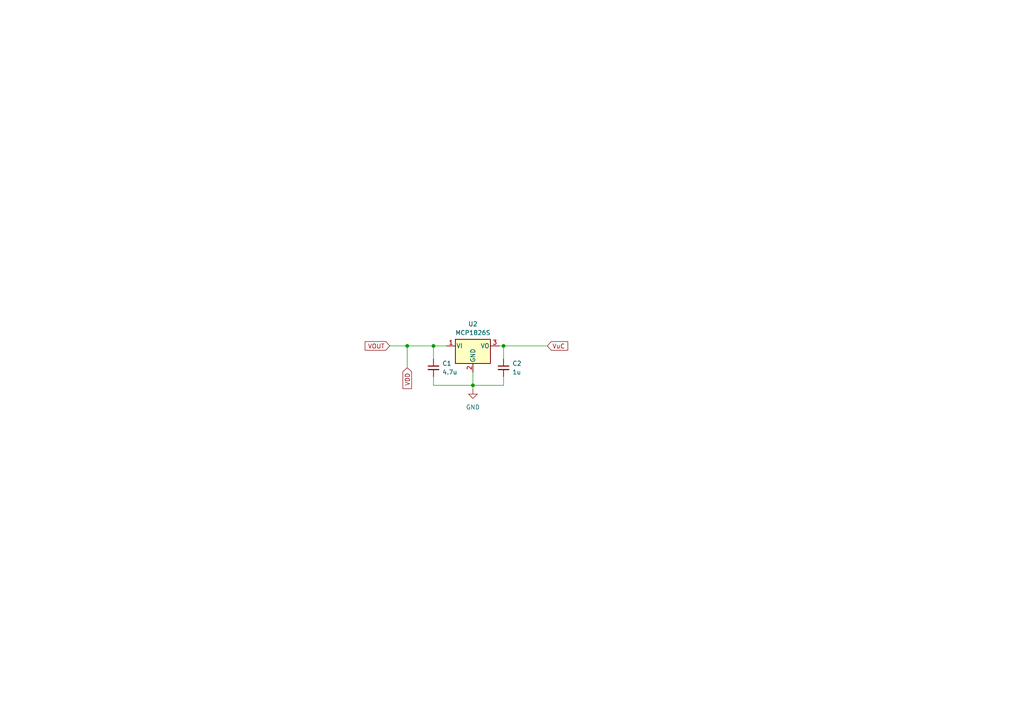
<source format=kicad_sch>
(kicad_sch (version 20231120) (generator "eeschema") (generator_version "8.0")
  (paper "A4")
  (lib_symbols
    (symbol "Device:C_Small" (pin_numbers hide) (pin_names (offset 0.254) hide)
      (property "Reference" "C" (at 0.254 1.778 0))
      (property "Value" "C_Small" (at 0.254 -2.032 0))
      (symbol "C_Small_0_1"
        (polyline (pts (xy -1.524 -0.508) (xy 1.524 -0.508)) (stroke (width 0.3302)))
        (polyline (pts (xy -1.524 0.508) (xy 1.524 0.508)) (stroke (width 0.3048)))
      )
      (symbol "C_Small_1_1"
        (pin passive line (at 0 2.54 270) (length 2.032) (name "~") (number "1"))
        (pin passive line (at 0 -2.54 90) (length 2.032) (name "~") (number "2"))
      )
    )
    (symbol "Regulator_Linear:MCP1826S" (pin_names (offset 0.254))
      (property "Reference" "U" (at -3.81 3.175 0))
      (property "Value" "MCP1826S" (at 0 3.175 0))
      (symbol "MCP1826S_0_1"
        (rectangle (start -5.08 1.905) (end 5.08 -5.08) (stroke (width 0.254)) (fill (type background)))
      )
      (symbol "MCP1826S_1_1"
        (pin power_in line (at -7.62 0 0) (length 2.54) (name "VI") (number "1"))
        (pin power_in line (at 0 -7.62 90) (length 2.54) (name "GND") (number "2"))
        (pin power_out line (at 7.62 0 180) (length 2.54) (name "VO") (number "3"))
      )
    )
    (symbol "power:GND" (power) (pin_numbers hide) (pin_names (offset 0) hide)
      (property "Value" "GND" (at 0 -3.81 0))
      (symbol "GND_0_1"
        (polyline (pts (xy 0 0) (xy 0 -1.27) (xy 1.27 -1.27) (xy 0 -2.54) (xy -1.27 -1.27) (xy 0 -1.27)))
      )
      (symbol "GND_1_1"
        (pin power_in line (at 0 0 270) (length 0) (name "~") (number "1"))
      )
    )
  )
  (junction (at 146.05 100.33))
  (junction (at 137.16 111.76))
  (junction (at 125.73 100.33))
  (junction (at 118.11 100.33))
  (wire (pts (xy 146.05 111.76) (xy 146.05 109.22)))
  (wire (pts (xy 146.05 100.33) (xy 158.75 100.33)))
  (wire (pts (xy 137.16 107.95) (xy 137.16 111.76)))
  (wire (pts (xy 137.16 111.76) (xy 146.05 111.76)))
  (wire (pts (xy 137.16 111.76) (xy 137.16 113.03)))
  (wire (pts (xy 125.73 109.22) (xy 125.73 111.76)))
  (wire (pts (xy 125.73 100.33) (xy 129.54 100.33)))
  (wire (pts (xy 118.11 100.33) (xy 118.11 106.68)))
  (wire (pts (xy 146.05 100.33) (xy 146.05 104.14)))
  (wire (pts (xy 144.78 100.33) (xy 146.05 100.33)))
  (wire (pts (xy 125.73 100.33) (xy 125.73 104.14)))
  (wire (pts (xy 125.73 111.76) (xy 137.16 111.76)))
  (wire (pts (xy 113.03 100.33) (xy 118.11 100.33)))
  (wire (pts (xy 118.11 100.33) (xy 125.73 100.33)))
  (global_label "VDD" (shape input) (at 118.11 106.68 270) (property "Intersheetrefs" "${INTERSHEET_REFS}" (effects (hide yes))))
  (global_label "VOUT" (shape input) (at 113.03 100.33 180) (property "Intersheetrefs" "${INTERSHEET_REFS}" (effects (hide yes))))
  (global_label "VuC" (shape input) (at 158.75 100.33 0) (property "Intersheetrefs" "${INTERSHEET_REFS}" (effects (hide yes))))
  (symbol (lib_id "Device:C_Small") (at 125.73 106.68 0) (unit 1)
    (property "Reference" "C1" (at 128.27 105.4162 0) (effects (justify left)))
    (property "Value" "4.7u" (at 128.27 107.9562 0) (effects (justify left)))
    (property "Footprint" "Capacitor_SMD:C_0402_1005Metric" (effects (hide yes)))
    (property "Description" "Unpolarized capacitor, small symbol" (effects (hide yes)))
  )
  (symbol (lib_id "Regulator_Linear:MCP1826S") (at 137.16 100.33 0) (unit 1)
    (property "Reference" "U2" (at 137.16 93.98 0))
    (property "Value" "MCP1826S" (at 137.16 96.52 0))
    (property "Datasheet" "http://ww1.microchip.com/downloads/en/DeviceDoc/22057B.pdf" (effects (hide yes)))
    (property "Description" "1000mA, Low-Voltage, Low Quiescent Current LDO Regulator, SOT-223, TO-220, TO-263" (effects (hide yes)))
  )
  (symbol (lib_id "Device:C_Small") (at 146.05 106.68 0) (unit 1)
    (property "Reference" "C2" (at 148.59 105.4162 0) (effects (justify left)))
    (property "Value" "1u" (at 148.59 107.9562 0) (effects (justify left)))
    (property "Footprint" "Capacitor_SMD:C_0402_1005Metric" (effects (hide yes)))
    (property "Description" "Unpolarized capacitor, small symbol" (effects (hide yes)))
  )
  (symbol (lib_id "power:GND") (at 137.16 113.03 0) (unit 1)
    (property "Reference" "#PWR03" (effects (hide yes)))
    (property "Value" "GND" (at 137.16 118.11 0))
    (property "Description" "Power symbol creates a global label with name \"GND\" , ground" (effects (hide yes)))
  )
)
</source>
